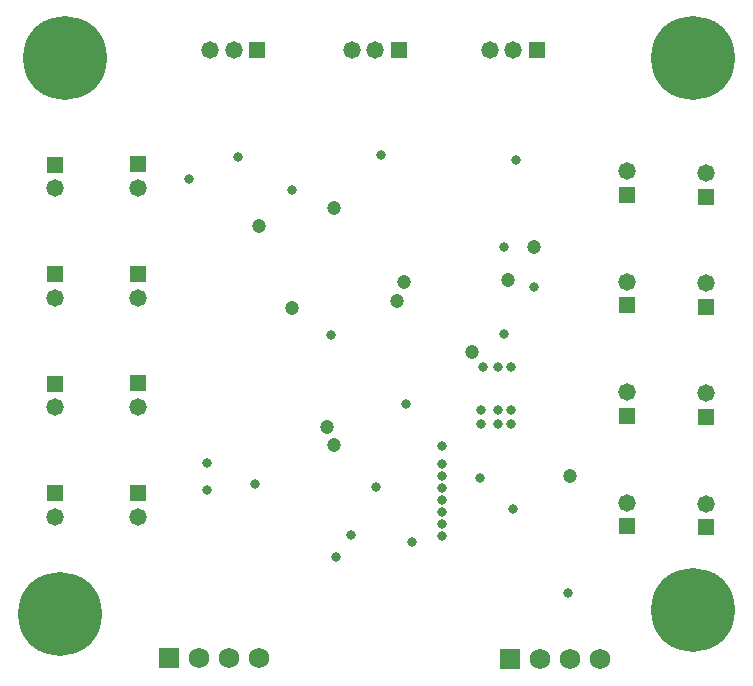
<source format=gbr>
%TF.GenerationSoftware,Altium Limited,Altium Designer,20.0.13 (296)*%
G04 Layer_Color=16711935*
%FSLAX25Y25*%
%MOIN*%
%TF.FileFunction,Soldermask,Bot*%
%TF.Part,Single*%
G01*
G75*
%TA.AperFunction,ComponentPad*%
%ADD35C,0.06800*%
%ADD36R,0.06800X0.06800*%
%ADD37C,0.27965*%
%ADD38C,0.05800*%
%ADD39R,0.05800X0.05800*%
%ADD40R,0.05800X0.05800*%
%TA.AperFunction,ViaPad*%
%ADD41C,0.04737*%
%ADD42C,0.04737*%
%ADD43C,0.03162*%
D35*
X586500Y156000D02*
D03*
X566500D02*
D03*
X576500D02*
D03*
X473000Y156500D02*
D03*
X453000D02*
D03*
X463000D02*
D03*
D36*
X556500Y156000D02*
D03*
X443000Y156500D02*
D03*
D37*
X617500Y356500D02*
D03*
X408122D02*
D03*
X406500Y171000D02*
D03*
X617500Y172378D02*
D03*
D38*
X432500Y240126D02*
D03*
Y203626D02*
D03*
Y276626D02*
D03*
Y313126D02*
D03*
X405000Y203500D02*
D03*
Y240000D02*
D03*
Y313000D02*
D03*
Y276500D02*
D03*
X557626Y359000D02*
D03*
X549752D02*
D03*
X511626D02*
D03*
X503752D02*
D03*
X464500D02*
D03*
X456626D02*
D03*
X622000Y318083D02*
D03*
Y281374D02*
D03*
X595500Y318665D02*
D03*
Y281874D02*
D03*
Y245083D02*
D03*
X622000Y244665D02*
D03*
X595500Y208291D02*
D03*
X622000Y207957D02*
D03*
D39*
X432500Y248000D02*
D03*
Y211500D02*
D03*
Y284500D02*
D03*
Y321000D02*
D03*
X405000Y211374D02*
D03*
Y247874D02*
D03*
Y320874D02*
D03*
Y284374D02*
D03*
X622000Y310209D02*
D03*
Y273500D02*
D03*
X595500Y310791D02*
D03*
Y274000D02*
D03*
Y237209D02*
D03*
X622000Y236791D02*
D03*
X595500Y200417D02*
D03*
X622000Y200083D02*
D03*
D40*
X565500Y359000D02*
D03*
X519500D02*
D03*
X472374D02*
D03*
D41*
X473000Y300500D02*
D03*
X498000Y227500D02*
D03*
X497938Y306476D02*
D03*
X484000Y273000D02*
D03*
X556000Y282500D02*
D03*
X564500Y293500D02*
D03*
X544000Y258500D02*
D03*
X521215Y281785D02*
D03*
X519000Y275500D02*
D03*
X576500Y217000D02*
D03*
D42*
X495500Y233500D02*
D03*
D43*
X534000Y221000D02*
D03*
Y217000D02*
D03*
X557500Y206000D02*
D03*
X534000Y227000D02*
D03*
X557000Y234500D02*
D03*
X552500D02*
D03*
X557000Y253500D02*
D03*
X552500D02*
D03*
X547500D02*
D03*
X552500Y239000D02*
D03*
X547000Y234500D02*
D03*
X557000Y239000D02*
D03*
X547000D02*
D03*
X534000Y213000D02*
D03*
Y201000D02*
D03*
Y209000D02*
D03*
Y197000D02*
D03*
Y205000D02*
D03*
X497000Y264000D02*
D03*
X466000Y323500D02*
D03*
X513500Y324000D02*
D03*
X558500Y322500D02*
D03*
X554500Y293500D02*
D03*
X564500Y280000D02*
D03*
X554500Y264500D02*
D03*
X546500Y216500D02*
D03*
X576000Y178000D02*
D03*
X455500Y221500D02*
D03*
Y212500D02*
D03*
X498500Y190000D02*
D03*
X484000Y312500D02*
D03*
X522000Y241000D02*
D03*
X471500Y214500D02*
D03*
X512000Y213500D02*
D03*
X449500Y316000D02*
D03*
X503500Y197500D02*
D03*
X524000Y195000D02*
D03*
%TF.MD5,0abadce8bcd90e254e43edd1442d9095*%
M02*

</source>
